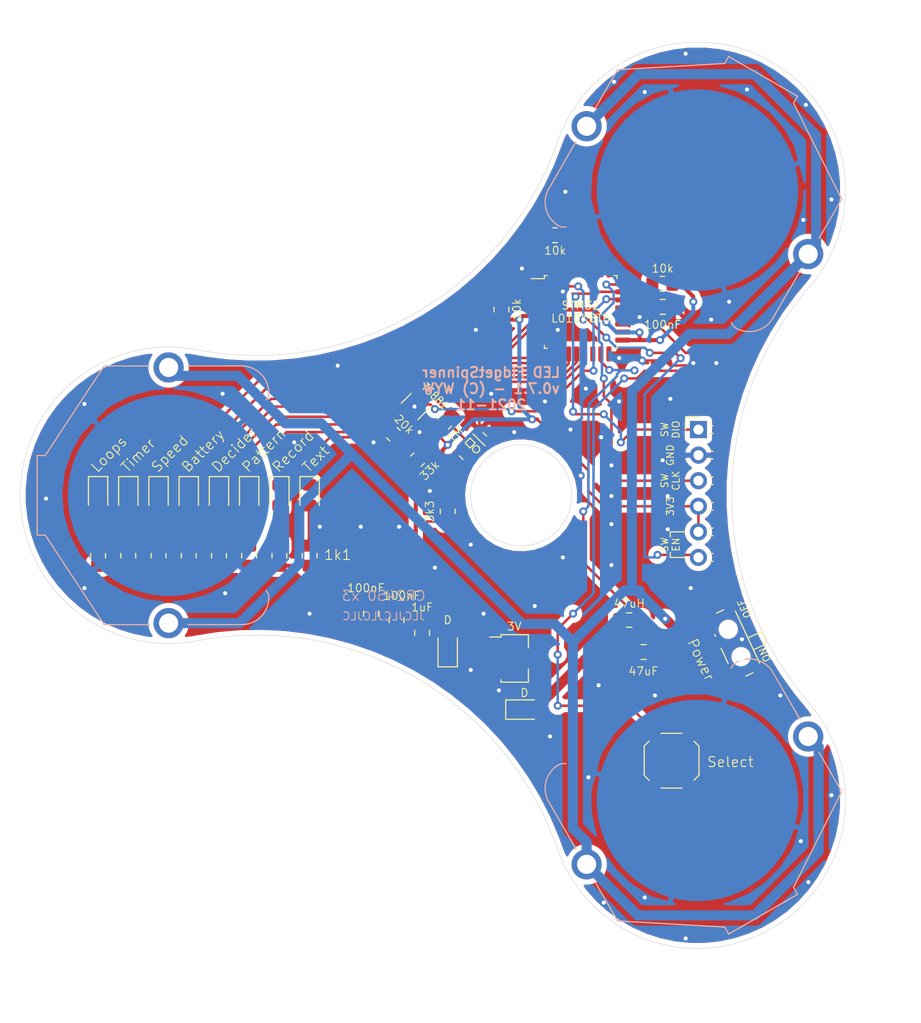
<source format=kicad_pcb>
(kicad_pcb (version 20171130) (host pcbnew "(5.1.9-0-10_14)")
  (layers (0 F.Cu signal) (31 B.Cu signal) (34 B.Paste user) (35 F.Paste user) (36 B.SilkS user) (37 F.SilkS user) (38 B.Mask user) (39 F.Mask user) (44 Edge.Cuts user))
  (net 0 "")
  (net 1 GND)
  (net 2 "Net-(BT1-Pad1)")
  (net 3 VCC)
  (net 4 INT_B)
  (net 5 "Net-(D1-Pad2)")
  (net 6 L0)
  (net 7 L1)
  (net 8 L2)
  (net 9 L3)
  (net 10 L4)
  (net 11 L5)
  (net 12 L6)
  (net 13 L7)
  (net 14 "Net-(U1-Pad28)")
  (net 15 "Net-(U1-Pad27)")
  (net 16 "Net-(U1-Pad26)")
  (net 17 "Net-(U1-Pad25)")
  (net 18 "Net-(U1-Pad20)")
  (net 19 "Net-(U1-Pad19)")
  (net 20 "Net-(D10-Pad2)")
  (net 21 "Net-(D11-Pad2)")
  (net 22 "Net-(D12-Pad2)")
  (net 23 "Net-(D13-Pad2)")
  (net 24 "Net-(D14-Pad2)")
  (net 25 "Net-(D15-Pad2)")
  (net 26 "Net-(D16-Pad2)")
  (net 27 "Net-(D17-Pad2)")
  (net 28 SWCLK)
  (net 29 SWEN)
  (net 30 SWDIO)
  (net 31 "Net-(R12-Pad1)")
  (net 32 "Net-(U1-Pad30)")
  (net 33 "Net-(U1-Pad29)")
  (net 34 "Net-(U1-Pad18)")
  (net 35 "Net-(U1-Pad14)")
  (net 36 "Net-(U1-Pad3)")
  (net 37 "Net-(U1-Pad2)")
  (net 38 VBAT)
  (net 39 "Net-(D3-Pad2)")
  (net 40 "Net-(R10-Pad2)")
  (net 41 "Net-(R13-Pad2)")
  (net 42 IR_OUT)
  (net 43 INT_C)
  (module Battery:BatteryHolder_Keystone_3009_1x2450 (layer B.Cu) (at 65 100 270)
    (fp_text reference BT1)
    (fp_text value CR2450)
    (pad 2 smd circle (at 0 0 270) (size 20 20) (layers B.Cu B.Mask) (net 1 GND))
    (pad 1 thru_hole circle (at 12.7 0 270) (size 3 3) (drill 1.9) (layers *.Cu *.Mask) (net 2 "Net-(BT1-Pad1)"))
    (pad 1 thru_hole circle (at -12.7 0 270) (size 3 3) (drill 1.9) (layers *.Cu *.Mask) (net 2 "Net-(BT1-Pad1)"))
  )
  (module Package_TO_SOT_SMD:SOT-353_SC-70-5 (layer F.Cu) (at 89.408 91.186 225)
    (fp_text reference TS881)
    (fp_text value TS881)
    (pad 5 smd rect (at 0.95 -0.65 225) (size 0.65 0.4) (layers F.Cu F.Paste F.Mask) (net 3 VCC))
    (pad 4 smd rect (at 0.95 0.65 225) (size 0.65 0.4) (layers F.Cu F.Paste F.Mask) (net 41 "Net-(R13-Pad2)"))
    (pad 2 smd rect (at -0.95 0 225) (size 0.65 0.4) (layers F.Cu F.Paste F.Mask) (net 1 GND))
    (pad 3 smd rect (at -0.95 0.65 225) (size 0.65 0.4) (layers F.Cu F.Paste F.Mask) (net 42 IR_OUT))
    (pad 1 smd rect (at -0.95 -0.65 225) (size 0.65 0.4) (layers F.Cu F.Paste F.Mask) (net 43 INT_C))
  )
  (module Resistor_SMD:R_0805_2012Metric_Pad1.20x1.40mm_HandSolder (layer F.Cu) (at 89.716893 96.465107 225)
    (fp_text reference R14)
    (fp_text value ?M)
    (pad 2 smd roundrect (at 1 0 225) (size 1.2 1.4) (layers F.Cu F.Paste F.Mask) (roundrect_rratio 0.208333) (net 41 "Net-(R13-Pad2)"))
    (pad 1 smd roundrect (at -1 0 225) (size 1.2 1.4) (layers F.Cu F.Paste F.Mask) (roundrect_rratio 0.208333) (net 1 GND))
  )
  (module Resistor_SMD:R_0805_2012Metric_Pad1.20x1.40mm_HandSolder (layer F.Cu) (at 87.321107 93.925107 135)
    (fp_text reference R13)
    (fp_text value ?M)
    (pad 2 smd roundrect (at 1 0 135) (size 1.2 1.4) (layers F.Cu F.Paste F.Mask) (roundrect_rratio 0.208333) (net 41 "Net-(R13-Pad2)"))
    (pad 1 smd roundrect (at -1 0 135) (size 1.2 1.4) (layers F.Cu F.Paste F.Mask) (roundrect_rratio 0.208333) (net 3 VCC))
  )
  (module WYW_Package:GP2S60_3217 (layer F.Cu) (at 96.774 94.742 225)
    (fp_text reference U2)
    (fp_text value GP2S60)
    (pad 1 smd roundrect (at -0.2 0.2 225) (size 1.2 0.7) (layers F.Cu F.Paste F.Mask) (net 42 IR_OUT))
    (pad 2 smd roundrect (at -0.2 1.5 225) (size 1.2 0.7) (layers F.Cu F.Paste F.Mask) (net 1 GND))
    (pad 3 smd roundrect (at 2.9 1.5 225) (size 1.2 0.7) (layers F.Cu F.Paste F.Mask) (net 1 GND))
    (pad 4 smd roundrect (at 2.9 0.2 225) (size 1.2 0.7) (layers F.Cu F.Paste F.Mask) (net 40 "Net-(R10-Pad2)"))
  )
  (module Connector_PinHeader_2.54mm:PinHeader_1x06_P2.54mm_Horizontal (layer F.Cu) (at 117.602 93.472)
    (fp_text reference J1)
    (fp_text value DBG_CONN)
    (pad 6 thru_hole oval (at 0 12.7) (size 1.7 1.7) (drill 1) (layers *.Cu *.Mask) (net 29 SWEN))
    (pad 5 thru_hole oval (at 0 10.16) (size 1.7 1.7) (drill 1) (layers *.Cu *.Mask) (net 3 VCC))
    (pad 4 thru_hole oval (at 0 7.62) (size 1.7 1.7) (drill 1) (layers *.Cu *.Mask) (net 3 VCC))
    (pad 3 thru_hole oval (at 0 5.08) (size 1.7 1.7) (drill 1) (layers *.Cu *.Mask) (net 28 SWCLK))
    (pad 2 thru_hole oval (at 0 2.54) (size 1.7 1.7) (drill 1) (layers *.Cu *.Mask) (net 1 GND))
    (pad 1 thru_hole rect (at 0 0) (size 1.7 1.7) (drill 1) (layers *.Cu *.Mask) (net 30 SWDIO))
  )
  (module Resistor_SMD:R_0805_2012Metric_Pad1.20x1.40mm_HandSolder (layer F.Cu) (at 92.401107 92.764893 225)
    (fp_text reference R15)
    (fp_text value ?M)
    (pad 2 smd roundrect (at 1 0 225) (size 1.2 1.4) (layers F.Cu F.Paste F.Mask) (roundrect_rratio 0.208333) (net 3 VCC))
    (pad 1 smd roundrect (at -1 0 225) (size 1.2 1.4) (layers F.Cu F.Paste F.Mask) (roundrect_rratio 0.208333) (net 42 IR_OUT))
  )
  (module Package_QFP:LQFP-32_7x7mm_P0.8mm (layer F.Cu) (at 105.918 81.788)
    (fp_text reference U1)
    (fp_text value STM32L010K8T6)
    (pad 32 smd roundrect (at -2.8 -4.175) (size 0.5 1.5) (layers F.Cu F.Paste F.Mask) (net 1 GND))
    (pad 31 smd roundrect (at -2 -4.175) (size 0.5 1.5) (layers F.Cu F.Paste F.Mask) (net 29 SWEN))
    (pad 30 smd roundrect (at -1.2 -4.175) (size 0.5 1.5) (layers F.Cu F.Paste F.Mask) (net 32 "Net-(U1-Pad30)"))
    (pad 29 smd roundrect (at -0.4 -4.175) (size 0.5 1.5) (layers F.Cu F.Paste F.Mask) (net 33 "Net-(U1-Pad29)"))
    (pad 28 smd roundrect (at 0.4 -4.175) (size 0.5 1.5) (layers F.Cu F.Paste F.Mask) (net 14 "Net-(U1-Pad28)"))
    (pad 27 smd roundrect (at 1.2 -4.175) (size 0.5 1.5) (layers F.Cu F.Paste F.Mask) (net 15 "Net-(U1-Pad27)"))
    (pad 26 smd roundrect (at 2 -4.175) (size 0.5 1.5) (layers F.Cu F.Paste F.Mask) (net 16 "Net-(U1-Pad26)"))
    (pad 25 smd roundrect (at 2.8 -4.175) (size 0.5 1.5) (layers F.Cu F.Paste F.Mask) (net 17 "Net-(U1-Pad25)"))
    (pad 24 smd roundrect (at 4.175 -2.8) (size 1.5 0.5) (layers F.Cu F.Paste F.Mask) (net 28 SWCLK))
    (pad 23 smd roundrect (at 4.175 -2) (size 1.5 0.5) (layers F.Cu F.Paste F.Mask) (net 30 SWDIO))
    (pad 22 smd roundrect (at 4.175 -1.2) (size 1.5 0.5) (layers F.Cu F.Paste F.Mask) (net 43 INT_C))
    (pad 21 smd roundrect (at 4.175 -0.4) (size 1.5 0.5) (layers F.Cu F.Paste F.Mask) (net 4 INT_B))
    (pad 20 smd roundrect (at 4.175 0.4) (size 1.5 0.5) (layers F.Cu F.Paste F.Mask) (net 18 "Net-(U1-Pad20)"))
    (pad 19 smd roundrect (at 4.175 1.2) (size 1.5 0.5) (layers F.Cu F.Paste F.Mask) (net 19 "Net-(U1-Pad19)"))
    (pad 18 smd roundrect (at 4.175 2) (size 1.5 0.5) (layers F.Cu F.Paste F.Mask) (net 34 "Net-(U1-Pad18)"))
    (pad 17 smd roundrect (at 4.175 2.8) (size 1.5 0.5) (layers F.Cu F.Paste F.Mask) (net 3 VCC))
    (pad 16 smd roundrect (at 2.8 4.175) (size 0.5 1.5) (layers F.Cu F.Paste F.Mask) (net 1 GND))
    (pad 15 smd roundrect (at 2 4.175) (size 0.5 1.5) (layers F.Cu F.Paste F.Mask) (net 38 VBAT))
    (pad 14 smd roundrect (at 1.2 4.175) (size 0.5 1.5) (layers F.Cu F.Paste F.Mask) (net 35 "Net-(U1-Pad14)"))
    (pad 13 smd roundrect (at 0.4 4.175) (size 0.5 1.5) (layers F.Cu F.Paste F.Mask) (net 13 L7))
    (pad 12 smd roundrect (at -0.4 4.175) (size 0.5 1.5) (layers F.Cu F.Paste F.Mask) (net 12 L6))
    (pad 11 smd roundrect (at -1.2 4.175) (size 0.5 1.5) (layers F.Cu F.Paste F.Mask) (net 11 L5))
    (pad 10 smd roundrect (at -2 4.175) (size 0.5 1.5) (layers F.Cu F.Paste F.Mask) (net 10 L4))
    (pad 9 smd roundrect (at -2.8 4.175) (size 0.5 1.5) (layers F.Cu F.Paste F.Mask) (net 9 L3))
    (pad 8 smd roundrect (at -4.175 2.8) (size 1.5 0.5) (layers F.Cu F.Paste F.Mask) (net 8 L2))
    (pad 7 smd roundrect (at -4.175 2) (size 1.5 0.5) (layers F.Cu F.Paste F.Mask) (net 7 L1))
    (pad 6 smd roundrect (at -4.175 1.2) (size 1.5 0.5) (layers F.Cu F.Paste F.Mask) (net 6 L0))
    (pad 5 smd roundrect (at -4.175 0.4) (size 1.5 0.5) (layers F.Cu F.Paste F.Mask) (net 3 VCC))
    (pad 4 smd roundrect (at -4.175 -0.4) (size 1.5 0.5) (layers F.Cu F.Paste F.Mask) (net 31 "Net-(R12-Pad1)"))
    (pad 3 smd roundrect (at -4.175 -1.2) (size 1.5 0.5) (layers F.Cu F.Paste F.Mask) (net 36 "Net-(U1-Pad3)"))
    (pad 2 smd roundrect (at -4.175 -2) (size 1.5 0.5) (layers F.Cu F.Paste F.Mask) (net 37 "Net-(U1-Pad2)"))
    (pad 1 smd roundrect (at -4.175 -2.8) (size 1.5 0.5) (layers F.Cu F.Paste F.Mask) (net 3 VCC))
  )
  (module Battery:BatteryHolder_Keystone_3009_1x2450 (layer B.Cu) (at 117.5 69.69 150)
    (fp_text reference BT3)
    (fp_text value CR2450)
    (pad 2 smd circle (at 0 0 150) (size 20 20) (layers B.Cu B.Mask) (net 1 GND))
    (pad 1 thru_hole circle (at 12.7 0 150) (size 3 3) (drill 1.9) (layers *.Cu *.Mask) (net 2 "Net-(BT1-Pad1)"))
    (pad 1 thru_hole circle (at -12.7 0 150) (size 3 3) (drill 1.9) (layers *.Cu *.Mask) (net 2 "Net-(BT1-Pad1)"))
  )
  (module Battery:BatteryHolder_Keystone_3009_1x2450 (layer B.Cu) (at 117.5 130.31 30)
    (fp_text reference BT2)
    (fp_text value CR2450)
    (pad 2 smd circle (at 0 0 30) (size 20 20) (layers B.Cu B.Mask) (net 1 GND))
    (pad 1 thru_hole circle (at 12.7 0 30) (size 3 3) (drill 1.9) (layers *.Cu *.Mask) (net 2 "Net-(BT1-Pad1)"))
    (pad 1 thru_hole circle (at -12.7 0 30) (size 3 3) (drill 1.9) (layers *.Cu *.Mask) (net 2 "Net-(BT1-Pad1)"))
  )
  (module Diode_SMD:D_0805_2012Metric_Pad1.15x1.40mm_HandSolder (layer F.Cu) (at 92.71 115.18 90)
    (fp_text reference D3)
    (fp_text value D)
    (pad 2 smd roundrect (at 1.025 0 90) (size 1.15 1.4) (layers F.Cu F.Paste F.Mask) (roundrect_rratio 0.2173904347826087) (net 39 "Net-(D3-Pad2)"))
    (pad 1 smd roundrect (at -1.025 0 90) (size 1.15 1.4) (layers F.Cu F.Paste F.Mask) (roundrect_rratio 0.2173904347826087) (net 3 VCC))
  )
  (module Resistor_SMD:R_0805_2012Metric_Pad1.20x1.40mm_HandSolder (layer F.Cu) (at 103.362 74.168 180)
    (fp_text reference R11)
    (fp_text value 10k)
    (pad 2 smd roundrect (at 1 0 180) (size 1.2 1.4) (layers F.Cu F.Paste F.Mask) (roundrect_rratio 0.2083325) (net 1 GND))
    (pad 1 smd roundrect (at -1 0 180) (size 1.2 1.4) (layers F.Cu F.Paste F.Mask) (roundrect_rratio 0.2083325) (net 29 SWEN))
  )
  (module Resistor_SMD:R_0805_2012Metric_Pad1.20x1.40mm_HandSolder (layer F.Cu) (at 98.044 81.55 270)
    (fp_text reference R12)
    (fp_text value 10k)
    (pad 2 smd roundrect (at 1 0 270) (size 1.2 1.4) (layers F.Cu F.Paste F.Mask) (roundrect_rratio 0.2083325) (net 3 VCC))
    (pad 1 smd roundrect (at -1 0 270) (size 1.2 1.4) (layers F.Cu F.Paste F.Mask) (roundrect_rratio 0.2083325) (net 31 "Net-(R12-Pad1)"))
  )
  (module Button_Switch_SMD:SW_SPST_SKQG_WithStem (layer F.Cu) (at 114.935 126.365 90)
    (fp_text reference SW2)
    (fp_text value button)
    (pad 2 smd rect (at 3.1 1.85 90) (size 1.8 1.1) (layers F.Cu F.Paste F.Mask) (net 1 GND))
    (pad 2 smd rect (at -3.1 1.85 90) (size 1.8 1.1) (layers F.Cu F.Paste F.Mask) (net 1 GND))
    (pad 1 smd rect (at 3.1 -1.85 90) (size 1.8 1.1) (layers F.Cu F.Paste F.Mask) (net 4 INT_B))
    (pad 1 smd rect (at -3.1 -1.85 90) (size 1.8 1.1) (layers F.Cu F.Paste F.Mask) (net 4 INT_B))
  )
  (module Button_Switch_SMD:SW_SPDT_PCM12 (layer F.Cu) (at 120.904 114.808 115)
    (fp_text reference SW1)
    (fp_text value SW_POWER)
    (pad "" smd rect (at -3.65 -0.78 115) (size 1 0.8) (layers F.Cu F.Paste F.Mask))
    (pad "" smd rect (at 3.65 -0.78 115) (size 1 0.8) (layers F.Cu F.Paste F.Mask))
    (pad "" smd rect (at 3.65 1.43 115) (size 1 0.8) (layers F.Cu F.Paste F.Mask))
    (pad "" smd rect (at -3.65 1.43 115) (size 1 0.8) (layers F.Cu F.Paste F.Mask))
    (pad 3 smd rect (at 2.25 -1.43 115) (size 0.7 1.5) (layers F.Cu F.Paste F.Mask))
    (pad 2 smd rect (at 0.75 -1.43 115) (size 0.7 1.5) (layers F.Cu F.Paste F.Mask) (net 2 "Net-(BT1-Pad1)"))
    (pad 1 smd rect (at -2.25 -1.43 115) (size 0.7 1.5) (layers F.Cu F.Paste F.Mask) (net 38 VBAT))
    (pad "" np_thru_hole circle (at 1.5 0.33 115) (size 0.9 0.9) (drill 0.9) (layers *.Cu *.Mask))
    (pad "" np_thru_hole circle (at -1.5 0.33 115) (size 0.9 0.9) (drill 0.9) (layers *.Cu *.Mask))
  )
  (module Resistor_SMD:R_0805_2012Metric_Pad1.20x1.40mm_HandSolder (layer F.Cu) (at 92.71 101.6 90)
    (fp_text reference R10)
    (fp_text value 33k)
    (pad 2 smd roundrect (at 1 0 90) (size 1.2 1.4) (layers F.Cu F.Paste F.Mask) (roundrect_rratio 0.2083325) (net 40 "Net-(R10-Pad2)"))
    (pad 1 smd roundrect (at -1 0 90) (size 1.2 1.4) (layers F.Cu F.Paste F.Mask) (roundrect_rratio 0.2083325) (net 3 VCC))
  )
  (module Resistor_SMD:R_0805_2012Metric_Pad1.20x1.40mm_HandSolder (layer F.Cu) (at 114.03 78.994)
    (fp_text reference R9)
    (fp_text value 10k)
    (pad 2 smd roundrect (at 1 0) (size 1.2 1.4) (layers F.Cu F.Paste F.Mask) (roundrect_rratio 0.2083325) (net 3 VCC))
    (pad 1 smd roundrect (at -1 0) (size 1.2 1.4) (layers F.Cu F.Paste F.Mask) (roundrect_rratio 0.2083325) (net 4 INT_B))
  )
  (module Resistor_SMD:R_0805_2012Metric_Pad1.20x1.40mm_HandSolder (layer F.Cu) (at 79 106 90)
    (fp_text reference R8)
    (fp_text value 4k7)
    (pad 2 smd roundrect (at 1 0 90) (size 1.2 1.4) (layers F.Cu F.Paste F.Mask) (roundrect_rratio 0.2083325) (net 27 "Net-(D17-Pad2)"))
    (pad 1 smd roundrect (at -1 0 90) (size 1.2 1.4) (layers F.Cu F.Paste F.Mask) (roundrect_rratio 0.2083325) (net 3 VCC))
  )
  (module Resistor_SMD:R_0805_2012Metric_Pad1.20x1.40mm_HandSolder (layer F.Cu) (at 76 106 90)
    (fp_text reference R7)
    (fp_text value 4k7)
    (pad 2 smd roundrect (at 1 0 90) (size 1.2 1.4) (layers F.Cu F.Paste F.Mask) (roundrect_rratio 0.2083325) (net 26 "Net-(D16-Pad2)"))
    (pad 1 smd roundrect (at -1 0 90) (size 1.2 1.4) (layers F.Cu F.Paste F.Mask) (roundrect_rratio 0.2083325) (net 3 VCC))
  )
  (module Resistor_SMD:R_0805_2012Metric_Pad1.20x1.40mm_HandSolder (layer F.Cu) (at 73 106 90)
    (fp_text reference R6)
    (fp_text value 4k7)
    (pad 2 smd roundrect (at 1 0 90) (size 1.2 1.4) (layers F.Cu F.Paste F.Mask) (roundrect_rratio 0.2083325) (net 25 "Net-(D15-Pad2)"))
    (pad 1 smd roundrect (at -1 0 90) (size 1.2 1.4) (layers F.Cu F.Paste F.Mask) (roundrect_rratio 0.2083325) (net 3 VCC))
  )
  (module Resistor_SMD:R_0805_2012Metric_Pad1.20x1.40mm_HandSolder (layer F.Cu) (at 70 106 90)
    (fp_text reference R5)
    (fp_text value 4k7)
    (pad 2 smd roundrect (at 1 0 90) (size 1.2 1.4) (layers F.Cu F.Paste F.Mask) (roundrect_rratio 0.2083325) (net 24 "Net-(D14-Pad2)"))
    (pad 1 smd roundrect (at -1 0 90) (size 1.2 1.4) (layers F.Cu F.Paste F.Mask) (roundrect_rratio 0.2083325) (net 3 VCC))
  )
  (module Resistor_SMD:R_0805_2012Metric_Pad1.20x1.40mm_HandSolder (layer F.Cu) (at 67 106 90)
    (fp_text reference R4)
    (fp_text value 4k7)
    (pad 2 smd roundrect (at 1 0 90) (size 1.2 1.4) (layers F.Cu F.Paste F.Mask) (roundrect_rratio 0.2083325) (net 23 "Net-(D13-Pad2)"))
    (pad 1 smd roundrect (at -1 0 90) (size 1.2 1.4) (layers F.Cu F.Paste F.Mask) (roundrect_rratio 0.2083325) (net 3 VCC))
  )
  (module Resistor_SMD:R_0805_2012Metric_Pad1.20x1.40mm_HandSolder (layer F.Cu) (at 64 106 90)
    (fp_text reference R3)
    (fp_text value 4k7)
    (pad 2 smd roundrect (at 1 0 90) (size 1.2 1.4) (layers F.Cu F.Paste F.Mask) (roundrect_rratio 0.2083325) (net 22 "Net-(D12-Pad2)"))
    (pad 1 smd roundrect (at -1 0 90) (size 1.2 1.4) (layers F.Cu F.Paste F.Mask) (roundrect_rratio 0.2083325) (net 3 VCC))
  )
  (module Resistor_SMD:R_0805_2012Metric_Pad1.20x1.40mm_HandSolder (layer F.Cu) (at 61 106 90)
    (fp_text reference R2)
    (fp_text value 4k7)
    (pad 2 smd roundrect (at 1 0 90) (size 1.2 1.4) (layers F.Cu F.Paste F.Mask) (roundrect_rratio 0.2083325) (net 21 "Net-(D11-Pad2)"))
    (pad 1 smd roundrect (at -1 0 90) (size 1.2 1.4) (layers F.Cu F.Paste F.Mask) (roundrect_rratio 0.2083325) (net 3 VCC))
  )
  (module Resistor_SMD:R_0805_2012Metric_Pad1.20x1.40mm_HandSolder (layer F.Cu) (at 58 106 90)
    (fp_text reference R1)
    (fp_text value 4k7)
    (pad 2 smd roundrect (at 1 0 90) (size 1.2 1.4) (layers F.Cu F.Paste F.Mask) (roundrect_rratio 0.2083325) (net 20 "Net-(D10-Pad2)"))
    (pad 1 smd roundrect (at -1 0 90) (size 1.2 1.4) (layers F.Cu F.Paste F.Mask) (roundrect_rratio 0.2083325) (net 3 VCC))
  )
  (module Inductor_SMD:L_0805_2012Metric_Pad1.15x1.40mm_HandSolder (layer F.Cu) (at 110.735 112.395)
    (fp_text reference L1)
    (fp_text value 47uH)
    (pad 2 smd roundrect (at 1.025 0) (size 1.15 1.4) (layers F.Cu F.Paste F.Mask) (roundrect_rratio 0.2173904347826087) (net 38 VBAT))
    (pad 1 smd roundrect (at -1.025 0) (size 1.15 1.4) (layers F.Cu F.Paste F.Mask) (roundrect_rratio 0.2173904347826087) (net 5 "Net-(D1-Pad2)"))
  )
  (module Package_TO_SOT_SMD:SOT-89-3_Handsoldering (layer F.Cu) (at 99.06 116.205)
    (fp_text reference HS1)
    (fp_text value BL8530-30)
    (pad 2 smd custom (at -2.0625 0) (size 2.475 0.9) (layers F.Cu F.Paste F.Mask) (net 39 "Net-(D3-Pad2)") (options (clearance outline) (anchor rect)) (primitives (gr_poly (pts (xy 1.2375 -0.8665) (xy 5.3625 -0.8665) (xy 5.3625 0.8665) (xy 1.2375 0.8665)) (width 0))))
    (pad 3 smd rect (at -2.15 1.5) (size 2.3 0.9) (layers F.Cu F.Paste F.Mask) (net 5 "Net-(D1-Pad2)"))
    (pad 1 smd rect (at -2.15 -1.5) (size 2.3 0.9) (layers F.Cu F.Paste F.Mask) (net 1 GND))
  )
  (module Diode_SMD:D_0805_2012Metric_Pad1.15x1.40mm_HandSolder (layer F.Cu) (at 79 100 270)
    (fp_text reference D17)
    (fp_text value LED)
    (pad 2 smd roundrect (at 1.025 0 270) (size 1.15 1.4) (layers F.Cu F.Paste F.Mask) (roundrect_rratio 0.2173904347826087) (net 27 "Net-(D17-Pad2)"))
    (pad 1 smd roundrect (at -1.025 0 270) (size 1.15 1.4) (layers F.Cu F.Paste F.Mask) (roundrect_rratio 0.2173904347826087) (net 13 L7))
  )
  (module Diode_SMD:D_0805_2012Metric_Pad1.15x1.40mm_HandSolder (layer F.Cu) (at 76 100 270)
    (fp_text reference D16)
    (fp_text value LED)
    (pad 2 smd roundrect (at 1.025 0 270) (size 1.15 1.4) (layers F.Cu F.Paste F.Mask) (roundrect_rratio 0.2173904347826087) (net 26 "Net-(D16-Pad2)"))
    (pad 1 smd roundrect (at -1.025 0 270) (size 1.15 1.4) (layers F.Cu F.Paste F.Mask) (roundrect_rratio 0.2173904347826087) (net 12 L6))
  )
  (module Diode_SMD:D_0805_2012Metric_Pad1.15x1.40mm_HandSolder (layer F.Cu) (at 73 100 270)
    (fp_text reference D15)
    (fp_text value LED)
    (pad 2 smd roundrect (at 1.025 0 270) (size 1.15 1.4) (layers F.Cu F.Paste F.Mask) (roundrect_rratio 0.2173904347826087) (net 25 "Net-(D15-Pad2)"))
    (pad 1 smd roundrect (at -1.025 0 270) (size 1.15 1.4) (layers F.Cu F.Paste F.Mask) (roundrect_rratio 0.2173904347826087) (net 11 L5))
  )
  (module Diode_SMD:D_0805_2012Metric_Pad1.15x1.40mm_HandSolder (layer F.Cu) (at 70 100 270)
    (fp_text reference D14)
    (fp_text value LED)
    (pad 2 smd roundrect (at 1.025 0 270) (size 1.15 1.4) (layers F.Cu F.Paste F.Mask) (roundrect_rratio 0.2173904347826087) (net 24 "Net-(D14-Pad2)"))
    (pad 1 smd roundrect (at -1.025 0 270) (size 1.15 1.4) (layers F.Cu F.Paste F.Mask) (roundrect_rratio 0.2173904347826087) (net 10 L4))
  )
  (module Diode_SMD:D_0805_2012Metric_Pad1.15x1.40mm_HandSolder (layer F.Cu) (at 67 100 270)
    (fp_text reference D13)
    (fp_text value LED)
    (pad 2 smd roundrect (at 1.025 0 270) (size 1.15 1.4) (layers F.Cu F.Paste F.Mask) (roundrect_rratio 0.2173904347826087) (net 23 "Net-(D13-Pad2)"))
    (pad 1 smd roundrect (at -1.025 0 270) (size 1.15 1.4) (layers F.Cu F.Paste F.Mask) (roundrect_rratio 0.2173904347826087) (net 9 L3))
  )
  (module Diode_SMD:D_0805_2012Metric_Pad1.15x1.40mm_HandSolder (layer F.Cu) (at 64 100 270)
    (fp_text reference D12)
    (fp_text value LED)
    (pad 2 smd roundrect (at 1.025 0 270) (size 1.15 1.4) (layers F.Cu F.Paste F.Mask) (roundrect_rratio 0.2173904347826087) (net 22 "Net-(D12-Pad2)"))
    (pad 1 smd roundrect (at -1.025 0 270) (size 1.15 1.4) (layers F.Cu F.Paste F.Mask) (roundrect_rratio 0.2173904347826087) (net 8 L2))
  )
  (module Diode_SMD:D_0805_2012Metric_Pad1.15x1.40mm_HandSolder (layer F.Cu) (at 61 100 270)
    (fp_text reference D11)
    (fp_text value LED)
    (pad 2 smd roundrect (at 1.025 0 270) (size 1.15 1.4) (layers F.Cu F.Paste F.Mask) (roundrect_rratio 0.2173904347826087) (net 21 "Net-(D11-Pad2)"))
    (pad 1 smd roundrect (at -1.025 0 270) (size 1.15 1.4) (layers F.Cu F.Paste F.Mask) (roundrect_rratio 0.2173904347826087) (net 7 L1))
  )
  (module Diode_SMD:D_0805_2012Metric_Pad1.15x1.40mm_HandSolder (layer F.Cu) (at 58 100 270)
    (fp_text reference D10)
    (fp_text value LED)
    (pad 2 smd roundrect (at 1.025 0 270) (size 1.15 1.4) (layers F.Cu F.Paste F.Mask) (roundrect_rratio 0.2173904347826087) (net 20 "Net-(D10-Pad2)"))
    (pad 1 smd roundrect (at -1.025 0 270) (size 1.15 1.4) (layers F.Cu F.Paste F.Mask) (roundrect_rratio 0.2173904347826087) (net 6 L0))
  )
  (module Diode_SMD:D_0805_2012Metric_Pad1.15x1.40mm_HandSolder (layer F.Cu) (at 100.33 121.285)
    (fp_text reference D1)
    (fp_text value D)
    (pad 2 smd roundrect (at 1.025 0) (size 1.15 1.4) (layers F.Cu F.Paste F.Mask) (roundrect_rratio 0.2173904347826087) (net 5 "Net-(D1-Pad2)"))
    (pad 1 smd roundrect (at -1.025 0) (size 1.15 1.4) (layers F.Cu F.Paste F.Mask) (roundrect_rratio 0.2173904347826087) (net 3 VCC))
  )
  (module Capacitor_SMD:C_0805_2012Metric_Pad1.18x1.45mm_HandSolder (layer F.Cu) (at 114.0675 81.28 180)
    (fp_text reference C8)
    (fp_text value 100nF)
    (pad 2 smd roundrect (at 1.0375 0 180) (size 1.175 1.45) (layers F.Cu F.Paste F.Mask) (roundrect_rratio 0.2127659574468085) (net 4 INT_B))
    (pad 1 smd roundrect (at -1.0375 0 180) (size 1.175 1.45) (layers F.Cu F.Paste F.Mask) (roundrect_rratio 0.2127659574468085) (net 1 GND))
  )
  (module Capacitor_SMD:C_0805_2012Metric_Pad1.18x1.45mm_HandSolder (layer F.Cu) (at 85.09 111.76 90)
    (fp_text reference C6)
    (fp_text value 100nF)
    (pad 2 smd roundrect (at 1.0375 0 90) (size 1.175 1.45) (layers F.Cu F.Paste F.Mask) (roundrect_rratio 0.2127659574468085) (net 1 GND))
    (pad 1 smd roundrect (at -1.0375 0 90) (size 1.175 1.45) (layers F.Cu F.Paste F.Mask) (roundrect_rratio 0.2127659574468085) (net 3 VCC))
  )
  (module Capacitor_SMD:C_0805_2012Metric_Pad1.18x1.45mm_HandSolder (layer F.Cu) (at 87.63 112.395 90)
    (fp_text reference C5)
    (fp_text value 100nF)
    (pad 2 smd roundrect (at 1.0375 0 90) (size 1.175 1.45) (layers F.Cu F.Paste F.Mask) (roundrect_rratio 0.2127659574468085) (net 1 GND))
    (pad 1 smd roundrect (at -1.0375 0 90) (size 1.175 1.45) (layers F.Cu F.Paste F.Mask) (roundrect_rratio 0.2127659574468085) (net 3 VCC))
  )
  (module Capacitor_SMD:C_0805_2012Metric_Pad1.18x1.45mm_HandSolder (layer F.Cu) (at 90.17 113.665 90)
    (fp_text reference C4)
    (fp_text value 1uF)
    (pad 2 smd roundrect (at 1.0375 0 90) (size 1.175 1.45) (layers F.Cu F.Paste F.Mask) (roundrect_rratio 0.2127659574468085) (net 1 GND))
    (pad 1 smd roundrect (at -1.0375 0 90) (size 1.175 1.45) (layers F.Cu F.Paste F.Mask) (roundrect_rratio 0.2127659574468085) (net 3 VCC))
  )
  (module Capacitor_SMD:C_0805_2012Metric_Pad1.18x1.45mm_HandSolder (layer F.Cu) (at 112.1625 115.57 180)
    (fp_text reference C3)
    (fp_text value 47uF)
    (pad 2 smd roundrect (at 1.0375 0 180) (size 1.175 1.45) (layers F.Cu F.Paste F.Mask) (roundrect_rratio 0.2127659574468085) (net 1 GND))
    (pad 1 smd roundrect (at -1.0375 0 180) (size 1.175 1.45) (layers F.Cu F.Paste F.Mask) (roundrect_rratio 0.2127659574468085) (net 38 VBAT))
  )
  (gr_text 20k (at 88.392 92.964 -45) (layer F.SilkS) (effects (font (size 0.8 0.8) (thickness 0.1))))
  (gr_text 33k (at 90.932 97.536 45) (layer F.SilkS) (effects (font (size 0.8 0.8) (thickness 0.1))))
  (gr_text TS881 (at 91.44 90.17 -45) (layer F.SilkS) (effects (font (size 0.8 0.7) (thickness 0.1))))
  (gr_text 1M (at 93.472 93.98 45) (layer F.SilkS) (effects (font (size 0.8 0.8) (thickness 0.1))))
  (gr_line (start 114.808 106.172) (end 116.332 106.172) (layer F.SilkS) (width 0.12))
  (gr_line (start 114.808 105.664) (end 114.808 106.172) (layer F.SilkS) (width 0.12))
  (gr_line (start 114.808 103.632) (end 116.332 103.632) (layer F.SilkS) (width 0.12))
  (gr_line (start 114.808 104.14) (end 114.808 103.632) (layer F.SilkS) (width 0.12))
  (gr_text ON (at 124.206 115.824 115) (layer F.SilkS) (effects (font (size 0.7 0.7) (thickness 0.1))))
  (gr_text OFF (at 122.174 111.252 115) (layer F.SilkS) (effects (font (size 0.7 0.7) (thickness 0.1))))
  (gr_text Record (at 75.5 97.5 45) (layer F.SilkS) (effects (font (size 1 1) (thickness 0.1)) (justify left)))
  (gr_text Text (at 78.5 97.5 45) (layer F.SilkS) (effects (font (size 1 1) (thickness 0.1)) (justify left)))
  (gr_text Decider (at 69.5 97.5 45) (layer F.SilkS) (effects (font (size 1 1) (thickness 0.1)) (justify left)))
  (gr_text Pattern (at 72.5 97.5 45) (layer F.SilkS) (effects (font (size 1 1) (thickness 0.1)) (justify left)))
  (gr_text Battery (at 66.5 97.5 45) (layer F.SilkS) (effects (font (size 1 1) (thickness 0.1)) (justify left)))
  (gr_text Speed (at 63.5 97.5 45) (layer F.SilkS) (effects (font (size 1 1) (thickness 0.1)) (justify left)))
  (gr_text Timer (at 60.5 97.5 45) (layer F.SilkS) (effects (font (size 1 1) (thickness 0.1)) (justify left)))
  (gr_text Loops (at 57.5 97.5 45) (layer F.SilkS) (effects (font (size 1 1) (thickness 0.1)) (justify left)))
  (gr_text D (at 92.71 112.395) (layer F.SilkS) (effects (font (size 0.8 0.8) (thickness 0.1))))
  (gr_text 3V (at 99.314 113.03) (layer F.SilkS) (effects (font (size 0.8 0.8) (thickness 0.1))))
  (gr_text 3V3 (at 114.808 101.092 90) (layer F.SilkS) (effects (font (size 0.7 0.7) (thickness 0.1))))
  (gr_text "SW\nEN" (at 114.808 104.902 90) (layer F.SilkS) (effects (font (size 0.7 0.7) (thickness 0.1))))
  (gr_text "SW\nDIO" (at 114.808 93.472 90) (layer F.SilkS) (effects (font (size 0.7 0.7) (thickness 0.1))))
  (gr_text 10k (at 99.568 81.534 90) (layer F.SilkS) (effects (font (size 0.8 0.8) (thickness 0.1))))
  (gr_text 10k (at 103.378 75.692) (layer F.SilkS) (effects (font (size 0.8 0.8) (thickness 0.1))))
  (gr_text Select (at 120.777 126.492) (layer F.SilkS) (effects (font (size 1 1) (thickness 0.1))))
  (gr_line (start 127.534623 119.359355) (end 128.918228 121.049523) (layer Edge.Cuts) (width 0.05))
  (gr_text "LED FidgetSpinner\nv0.7.1 - (C) WYW\n2021-11" (at 97.028 89.408) (layer B.SilkS) (effects (font (size 1 1) (thickness 0.2)) (justify mirror)))
  (gr_text "SW\nCLK" (at 114.808 98.552 90) (layer F.SilkS) (effects (font (size 0.7 0.7) (thickness 0.1))))
  (gr_text GND (at 114.808 96.012 90) (layer F.SilkS) (effects (font (size 0.7 0.7) (thickness 0.1))))
  (gr_text JLCJLCJLCJLC (at 86.36 112.014) (layer B.SilkS) (effects (font (size 0.8 0.8) (thickness 0.1)) (justify mirror)))
  (gr_text "CR2450 x3" (at 86.36 109.982) (layer B.SilkS) (effects (font (size 1 1) (thickness 0.1)) (justify mirror)))
  (gr_text 10k (at 114.046 77.47) (layer F.SilkS) (effects (font (size 0.8 0.8) (thickness 0.1))))
  (gr_text 100nF (at 114.046 83.058) (layer F.SilkS) (effects (font (size 0.8 0.8) (thickness 0.1))))
  (gr_text "STM32\nL010K8T6" (at 105.918 81.788) (layer F.SilkS) (effects (font (size 0.8 0.8) (thickness 0.1))))
  (gr_text 47uF (at 112.141 117.475) (layer F.SilkS) (effects (font (size 0.8 0.8) (thickness 0.1))))
  (gr_text 47uH (at 110.744 110.744) (layer F.SilkS) (effects (font (size 0.8 0.8) (thickness 0.1))))
  (gr_text Power (at 117.856 116.332 295) (layer F.SilkS) (effects (font (size 1 1) (thickness 0.1))))
  (gr_text 3k3 (at 90.932 101.6 90) (layer F.SilkS) (effects (font (size 0.8 0.8) (thickness 0.1))))
  (gr_text 100nF (at 84.582 109.22) (layer F.SilkS) (effects (font (size 0.8 0.8) (thickness 0.1))))
  (gr_text 100nF (at 88.138 109.982) (layer F.SilkS) (effects (font (size 0.8 0.8) (thickness 0.1))))
  (gr_text 1uF (at 90.17 111.125) (layer F.SilkS) (effects (font (size 0.8 0.8) (thickness 0.1))))
  (gr_text D (at 100.33 119.634) (layer F.SilkS) (effects (font (size 0.8 0.8) (thickness 0.1))))
  (gr_text 1k1 (at 81.788 105.918) (layer F.SilkS) (effects (font (size 1 1) (thickness 0.1))))
  (gr_line (start 67.412823 114.530489) (end 67.729669 114.468035) (layer Edge.Cuts) (width 0.05))
  (gr_line (start 103.745647 64.477653) (end 103.593393 64.905087) (layer Edge.Cuts) (width 0.05))
  (gr_arc (start 65 100) (end 67.6402 85.5091) (angle -199.7539386) (layer Edge.Cuts) (width 0.05))
  (gr_arc (start 117.5 130.31) (end 103.6193 135.1534) (angle -199.8075024) (layer Edge.Cuts) (width 0.05))
  (gr_arc (start 117.5 69.69) (end 128.7018 79.2226) (angle -199.642696) (layer Edge.Cuts) (width 0.05))
  (gr_circle (center 100 100) (end 105.02 100) (layer Edge.Cuts) (width 0.05))
  (gr_arc (start 73.75 145.5) (end 103.6193 135.1534) (angle -81.87336142) (layer Edge.Cuts) (width 0.05))
  (gr_arc (start 73.75 54.5) (end 67.6402 85.5091) (angle -81.92492185) (layer Edge.Cuts) (width 0.05))
  (gr_arc (start 152.5 100) (end 128.7018 79.2226) (angle -78.91482881) (layer Edge.Cuts) (width 0.05))
  (via (at 106.426 89.408) (size 0.8) (drill 0.4) (layers F.Cu B.Cu) (net 1))
  (via (at 114.808 90.424) (size 0.8) (drill 0.4) (layers F.Cu B.Cu) (net 1))
  (via (at 108.966 102.87) (size 0.8) (drill 0.4) (layers F.Cu B.Cu) (net 1))
  (via (at 108.966 106.934) (size 0.8) (drill 0.4) (layers F.Cu B.Cu) (net 1))
  (via (at 116.84 109.22) (size 0.8) (drill 0.4) (layers F.Cu B.Cu) (net 1))
  (via (at 104.14 106.172) (size 0.8) (drill 0.4) (layers F.Cu B.Cu) (net 1))
  (via (at 91.44 107.188) (size 0.8) (drill 0.4) (layers F.Cu B.Cu) (net 1))
  (via (at 87.884 103.124) (size 0.8) (drill 0.4) (layers F.Cu B.Cu) (net 1))
  (via (at 96.266 111.76) (size 0.8) (drill 0.4) (layers F.Cu B.Cu) (net 1))
  (via (at 107.696 118.872) (size 0.8) (drill 0.4) (layers F.Cu B.Cu) (net 1))
  (via (at 113.284 119.888) (size 0.8) (drill 0.4) (layers F.Cu B.Cu) (net 1))
  (via (at 80.01 103.124) (size 0.8) (drill 0.4) (layers F.Cu B.Cu) (net 1))
  (via (at 84.074 103.124) (size 0.8) (drill 0.4) (layers F.Cu B.Cu) (net 1))
  (via (at 104.902 93.472) (size 0.8) (drill 0.4) (layers F.Cu B.Cu) (net 1))
  (via (at 81.788 87.122) (size 0.8) (drill 0.4) (layers F.Cu B.Cu) (net 1))
  (via (at 90.932 99.568) (size 0.8) (drill 0.4) (layers F.Cu B.Cu) (net 1))
  (via (at 101.346 110.998) (size 0.8) (drill 0.4) (layers F.Cu B.Cu) (net 1))
  (via (at 125.73 119.888) (size 0.8) (drill 0.4) (layers F.Cu B.Cu) (net 1))
  (via (at 78.994 111.76) (size 0.8) (drill 0.4) (layers F.Cu B.Cu) (net 1))
  (via (at 106.68 128.016) (size 0.8) (drill 0.4) (layers F.Cu B.Cu) (net 1))
  (via (at 108.966 97.028) (size 0.8) (drill 0.4) (layers F.Cu B.Cu) (net 1))
  (segment (start 109.22 97.282) (end 108.966 97.028) (width 0.25) (layer F.Cu) (net 1))
  (via (at 94.996 104.902) (size 0.8) (drill 0.4) (layers F.Cu B.Cu) (net 1))
  (via (at 97.79 119.38) (size 0.8) (drill 0.4) (layers F.Cu B.Cu) (net 1))
  (via (at 52.832 100.33) (size 0.8) (drill 0.4) (layers F.Cu B.Cu) (net 1))
  (via (at 56.642 90.932) (size 0.8) (drill 0.4) (layers F.Cu B.Cu) (net 1))
  (via (at 56.642 109.22) (size 0.8) (drill 0.4) (layers F.Cu B.Cu) (net 1))
  (segment (start 102.362 76.857) (end 103.118 77.613) (width 0.25) (layer F.Cu) (net 1))
  (segment (start 102.362 74.168) (end 102.362 76.857) (width 0.25) (layer F.Cu) (net 1))
  (segment (start 115.105 81.28) (end 116.375 82.55) (width 0.4) (layer F.Cu) (net 1))
  (via (at 118.872 82.55) (size 0.8) (drill 0.4) (layers F.Cu B.Cu) (net 1))
  (segment (start 116.375 82.55) (end 118.872 82.55) (width 0.4) (layer F.Cu) (net 1))
  (via (at 109.728 86.36) (size 0.8) (drill 0.4) (layers F.Cu B.Cu) (net 1))
  (segment (start 109.331 85.963) (end 109.728 86.36) (width 0.25) (layer F.Cu) (net 1))
  (segment (start 108.718 85.963) (end 109.331 85.963) (width 0.25) (layer F.Cu) (net 1))
  (via (at 112.014 86.614) (size 0.8) (drill 0.4) (layers F.Cu B.Cu) (net 1))
  (segment (start 112.014 86.614) (end 114.3 86.614) (width 0.25) (layer F.Cu) (net 1))
  (segment (start 116.856528 87.105472) (end 117.094 86.868) (width 0.25) (layer F.Cu) (net 1))
  (via (at 117.094 86.868) (size 0.8) (drill 0.4) (layers F.Cu B.Cu) (net 1))
  (segment (start 114.791472 87.105472) (end 116.856528 87.105472) (width 0.25) (layer F.Cu) (net 1))
  (segment (start 114.3 86.614) (end 114.791472 87.105472) (width 0.25) (layer F.Cu) (net 1))
  (via (at 119.38 86.868) (size 0.8) (drill 0.4) (layers F.Cu B.Cu) (net 1))
  (segment (start 117.094 86.868) (end 119.38 86.868) (width 0.25) (layer B.Cu) (net 1))
  (via (at 109.728 90.678) (size 0.8) (drill 0.4) (layers F.Cu B.Cu) (net 1))
  (via (at 121.92 114.3) (size 0.8) (drill 0.4) (layers F.Cu B.Cu) (net 1))
  (via (at 114.046 96.52) (size 0.8) (drill 0.4) (layers F.Cu B.Cu) (net 1))
  (via (at 114.554 103.378) (size 0.8) (drill 0.4) (layers F.Cu B.Cu) (net 1))
  (via (at 114.554 100.076) (size 0.8) (drill 0.4) (layers F.Cu B.Cu) (net 1))
  (via (at 108.966 100.076) (size 0.8) (drill 0.4) (layers F.Cu B.Cu) (net 1))
  (via (at 103.632 83.566) (size 0.8) (drill 0.4) (layers F.Cu B.Cu) (net 1))
  (via (at 104.14 79.756) (size 0.8) (drill 0.4) (layers F.Cu B.Cu) (net 1))
  (via (at 100.076 77.47) (size 0.8) (drill 0.4) (layers F.Cu B.Cu) (net 1))
  (via (at 120.65 80.772) (size 0.8) (drill 0.4) (layers F.Cu B.Cu) (net 1))
  (via (at 112.268 59.944) (size 0.8) (drill 0.4) (layers F.Cu B.Cu) (net 1))
  (via (at 122.428 59.69) (size 0.8) (drill 0.4) (layers F.Cu B.Cu) (net 1))
  (via (at 104.394 69.85) (size 0.8) (drill 0.4) (layers F.Cu B.Cu) (net 1))
  (via (at 70.358 89.916) (size 0.8) (drill 0.4) (layers F.Cu B.Cu) (net 1))
  (via (at 70.612 109.728) (size 0.8) (drill 0.4) (layers F.Cu B.Cu) (net 1))
  (via (at 94.996 117.348) (size 0.8) (drill 0.4) (layers F.Cu B.Cu) (net 1))
  (via (at 102.87 123.952) (size 0.8) (drill 0.4) (layers F.Cu B.Cu) (net 1))
  (via (at 127.762 134.366) (size 0.8) (drill 0.4) (layers F.Cu B.Cu) (net 1))
  (via (at 112.268 139.954) (size 0.8) (drill 0.4) (layers F.Cu B.Cu) (net 1))
  (via (at 130.81 70.612) (size 0.8) (drill 0.4) (layers F.Cu B.Cu) (net 1))
  (via (at 128.27 61.214) (size 0.8) (drill 0.4) (layers F.Cu B.Cu) (net 1))
  (via (at 116.332 56.134) (size 0.8) (drill 0.4) (layers F.Cu B.Cu) (net 1))
  (via (at 109.22 58.928) (size 0.8) (drill 0.4) (layers F.Cu B.Cu) (net 1))
  (via (at 128.016 72.644) (size 0.8) (drill 0.4) (layers F.Cu B.Cu) (net 1))
  (via (at 108.204 140.462) (size 0.8) (drill 0.4) (layers F.Cu B.Cu) (net 1))
  (via (at 116.332 144.018) (size 0.8) (drill 0.4) (layers F.Cu B.Cu) (net 1))
  (via (at 130.81 129.794) (size 0.8) (drill 0.4) (layers F.Cu B.Cu) (net 1))
  (via (at 128.524 138.43) (size 0.8) (drill 0.4) (layers F.Cu B.Cu) (net 1))
  (via (at 97.028 89.916) (size 0.8) (drill 0.4) (layers F.Cu B.Cu) (net 1))
  (via (at 107.95 94.234) (size 0.8) (drill 0.4) (layers F.Cu B.Cu) (net 1))
  (via (at 102.362 90.678) (size 0.8) (drill 0.4) (layers F.Cu B.Cu) (net 1))
  (segment (start 106.026001 89.807999) (end 106.426 89.408) (width 0.25) (layer B.Cu) (net 1))
  (segment (start 106.026001 92.347999) (end 106.026001 89.807999) (width 0.25) (layer B.Cu) (net 1))
  (segment (start 104.902 93.472) (end 106.026001 92.347999) (width 0.25) (layer B.Cu) (net 1))
  (via (at 105.918 98.044) (size 0.8) (drill 0.4) (layers F.Cu B.Cu) (net 1))
  (via (at 111.76 82.296) (size 0.8) (drill 0.4) (layers F.Cu B.Cu) (net 1))
  (via (at 95.504 83.566) (size 0.8) (drill 0.4) (layers F.Cu B.Cu) (net 1))
  (segment (start 95.854761 91.089239) (end 97.028 89.916) (width 0.25) (layer F.Cu) (net 1))
  (segment (start 95.854761 93.539918) (end 95.854761 91.089239) (width 0.25) (layer F.Cu) (net 1))
  (via (at 89.408 91.186) (size 0.8) (drill 0.4) (layers F.Cu B.Cu) (net 1))
  (segment (start 90.079751 90.514249) (end 89.408 91.186) (width 0.25) (layer F.Cu) (net 1))
  (via (at 89.916 93.726) (size 0.8) (drill 0.4) (layers F.Cu B.Cu) (net 1))
  (segment (start 93.66273 95.731949) (end 93.66273 96.32927) (width 0.25) (layer F.Cu) (net 1))
  (segment (start 93.66273 96.32927) (end 91.694 98.298) (width 0.25) (layer F.Cu) (net 1))
  (segment (start 91.694 98.806) (end 90.932 99.568) (width 0.25) (layer F.Cu) (net 1))
  (segment (start 91.694 98.298) (end 91.694 98.806) (width 0.25) (layer F.Cu) (net 1))
  (via (at 85.344 94.742) (size 0.8) (drill 0.4) (layers F.Cu B.Cu) (net 1))
  (via (at 99.314 93.726) (size 0.8) (drill 0.4) (layers F.Cu B.Cu) (net 1))
  (via (at 77.47 94.742) (size 0.8) (drill 0.4) (layers F.Cu B.Cu) (net 1))
  (segment (start 105.133157 114.576843) (end 110.236 109.474) (width 1) (layer B.Cu) (net 2))
  (via (at 114.3 112.268) (size 0.8) (drill 0.4) (layers F.Cu B.Cu) (net 2))
  (segment (start 111.76 109.728) (end 114.3 112.268) (width 1) (layer B.Cu) (net 2))
  (segment (start 111.76 109.474) (end 111.76 109.728) (width 1) (layer B.Cu) (net 2))
  (segment (start 110.998 109.474) (end 111.76 109.474) (width 1) (layer B.Cu) (net 2))
  (segment (start 110.236 109.474) (end 110.998 109.474) (width 1) (layer B.Cu) (net 2))
  (segment (start 71.882 88.138) (end 65.838 88.138) (width 1) (layer B.Cu) (net 2))
  (segment (start 105.133157 114.576843) (end 103.332314 112.776) (width 1) (layer B.Cu) (net 2))
  (segment (start 80.16 92.86) (end 76.604 92.86) (width 1) (layer B.Cu) (net 2))
  (segment (start 76.604 92.86) (end 71.882 88.138) (width 1) (layer B.Cu) (net 2))
  (segment (start 65.838 88.138) (end 65 87.3) (width 1) (layer B.Cu) (net 2))
  (segment (start 103.332314 112.776) (end 100.076 112.776) (width 1) (layer B.Cu) (net 2))
  (segment (start 72.062002 112.7) (end 77.978 106.784002) (width 1) (layer B.Cu) (net 2))
  (segment (start 65 112.7) (end 72.062002 112.7) (width 1) (layer B.Cu) (net 2))
  (segment (start 77.978 101.092) (end 83.185 95.885) (width 1) (layer B.Cu) (net 2))
  (segment (start 77.978 106.784002) (end 77.978 101.092) (width 1) (layer B.Cu) (net 2))
  (segment (start 83.185 95.885) (end 80.16 92.86) (width 1) (layer B.Cu) (net 2))
  (segment (start 100.076 112.776) (end 83.185 95.885) (width 1) (layer B.Cu) (net 2))
  (segment (start 105.133157 133.073157) (end 106.501477 134.441477) (width 1) (layer B.Cu) (net 2))
  (segment (start 106.501477 134.441477) (end 106.501477 136.66) (width 1) (layer B.Cu) (net 2))
  (segment (start 105.133157 114.576843) (end 105.133157 133.073157) (width 1) (layer B.Cu) (net 2))
  (segment (start 106.501477 136.66) (end 111.573477 141.732) (width 1) (layer B.Cu) (net 2))
  (segment (start 111.573477 141.732) (end 123.19 141.732) (width 1) (layer B.Cu) (net 2))
  (segment (start 123.19 141.732) (end 129.54 135.382) (width 1) (layer B.Cu) (net 2))
  (segment (start 129.54 125.001477) (end 128.498523 123.96) (width 1) (layer B.Cu) (net 2))
  (segment (start 129.54 135.382) (end 129.54 125.001477) (width 1) (layer B.Cu) (net 2))
  (segment (start 120.568523 83.97) (end 128.498523 76.04) (width 1) (layer B.Cu) (net 2))
  (segment (start 116.69 83.97) (end 120.568523 83.97) (width 1) (layer B.Cu) (net 2))
  (segment (start 110.998 89.662) (end 116.69 83.97) (width 1) (layer B.Cu) (net 2))
  (segment (start 110.998 109.474) (end 110.998 89.662) (width 1) (layer B.Cu) (net 2))
  (segment (start 106.501477 63.34) (end 111.675477 58.166) (width 1) (layer B.Cu) (net 2))
  (segment (start 111.675477 58.166) (end 123.19 58.166) (width 1) (layer B.Cu) (net 2))
  (segment (start 123.19 58.166) (end 129.286 64.262) (width 1) (layer B.Cu) (net 2))
  (segment (start 129.286 75.252523) (end 128.498523 76.04) (width 1) (layer B.Cu) (net 2))
  (segment (start 129.286 64.262) (end 129.286 75.252523) (width 1) (layer B.Cu) (net 2))
  (segment (start 114.3 112.268) (end 117.094 115.062) (width 1) (layer F.Cu) (net 2))
  (segment (start 118.961629 115.062) (end 119.291016 114.732613) (width 1) (layer F.Cu) (net 2))
  (segment (start 117.094 115.062) (end 118.961629 115.062) (width 1) (layer F.Cu) (net 2))
  (segment (start 106.68 99.568) (end 106.68 97.536) (width 0.25) (layer F.Cu) (net 3))
  (segment (start 106.68 97.536) (end 102.616 93.472) (width 0.25) (layer F.Cu) (net 3))
  (segment (start 92.71 116.205) (end 92.71 116.84) (width 1) (layer F.Cu) (net 3))
  (segment (start 97.155 121.285) (end 99.305 121.285) (width 1) (layer F.Cu) (net 3))
  (segment (start 92.71 116.84) (end 97.155 121.285) (width 1) (layer F.Cu) (net 3))
  (segment (start 91.6725 116.205) (end 92.71 116.205) (width 1) (layer F.Cu) (net 3))
  (segment (start 90.17 114.7025) (end 91.6725 116.205) (width 1) (layer F.Cu) (net 3))
  (segment (start 88.9 114.7025) (end 90.17 114.7025) (width 1) (layer F.Cu) (net 3))
  (segment (start 87.63 113.4325) (end 88.9 114.7025) (width 1) (layer F.Cu) (net 3))
  (segment (start 85.09 112.7975) (end 85.09 113.03) (width 1) (layer F.Cu) (net 3))
  (segment (start 85.4925 113.4325) (end 87.63 113.4325) (width 1) (layer F.Cu) (net 3))
  (segment (start 85.09 113.03) (end 85.4925 113.4325) (width 1) (layer F.Cu) (net 3))
  (segment (start 89.535 110.49) (end 88.9 111.125) (width 0.4) (layer F.Cu) (net 3))
  (segment (start 88.9 111.125) (end 88.9 112.1625) (width 0.4) (layer F.Cu) (net 3))
  (segment (start 88.9 112.1625) (end 87.63 113.4325) (width 0.4) (layer F.Cu) (net 3))
  (segment (start 89.535 107.061) (end 89.535 110.49) (width 0.4) (layer F.Cu) (net 3))
  (segment (start 89.474 107) (end 89.535 107.061) (width 0.4) (layer F.Cu) (net 3))
  (segment (start 102.493 78.988) (end 103.124 79.619) (width 0.25) (layer F.Cu) (net 3))
  (segment (start 101.743 78.988) (end 102.493 78.988) (width 0.25) (layer F.Cu) (net 3))
  (segment (start 102.493 82.188) (end 101.743 82.188) (width 0.25) (layer F.Cu) (net 3))
  (segment (start 103.124 81.557) (end 102.493 82.188) (width 0.25) (layer F.Cu) (net 3))
  (segment (start 103.124 79.619) (end 103.124 81.557) (width 0.25) (layer F.Cu) (net 3))
  (via (at 113.792 84.582) (size 0.8) (drill 0.4) (layers F.Cu B.Cu) (net 3))
  (segment (start 113.786 84.588) (end 113.792 84.582) (width 0.4) (layer F.Cu) (net 3))
  (segment (start 113.792 84.582) (end 115.57 82.804) (width 0.4) (layer B.Cu) (net 3))
  (segment (start 115.57 82.804) (end 116.078 82.804) (width 0.4) (layer B.Cu) (net 3))
  (via (at 117.094 80.772) (size 0.8) (drill 0.4) (layers F.Cu B.Cu) (net 3))
  (segment (start 117.094 81.788) (end 117.094 80.772) (width 0.4) (layer B.Cu) (net 3))
  (segment (start 116.078 82.804) (end 117.094 81.788) (width 0.4) (layer B.Cu) (net 3))
  (segment (start 117.094 80.772) (end 117.094 80.264) (width 0.4) (layer F.Cu) (net 3))
  (segment (start 115.824 78.994) (end 115.03 78.994) (width 0.4) (layer F.Cu) (net 3))
  (segment (start 117.094 80.264) (end 115.824 78.994) (width 0.4) (layer F.Cu) (net 3))
  (segment (start 99.822 82.55) (end 98.044 82.55) (width 0.4) (layer F.Cu) (net 3))
  (segment (start 100.184 82.188) (end 101.743 82.188) (width 0.4) (layer F.Cu) (net 3))
  (segment (start 99.822 82.55) (end 100.184 82.188) (width 0.4) (layer F.Cu) (net 3))
  (segment (start 111.766 83.826) (end 111.76 83.82) (width 0.4) (layer F.Cu) (net 3))
  (via (at 111.76 83.82) (size 0.8) (drill 0.4) (layers F.Cu B.Cu) (net 3))
  (segment (start 110.093 84.588) (end 111.766 84.588) (width 0.4) (layer F.Cu) (net 3))
  (segment (start 111.766 84.588) (end 111.766 83.826) (width 0.4) (layer F.Cu) (net 3))
  (segment (start 111.766 84.588) (end 113.786 84.588) (width 0.4) (layer F.Cu) (net 3))
  (via (at 108.458 82.804) (size 0.8) (drill 0.4) (layers F.Cu B.Cu) (net 3))
  (segment (start 109.474 83.82) (end 108.458 82.804) (width 0.4) (layer B.Cu) (net 3))
  (segment (start 111.76 83.82) (end 109.474 83.82) (width 0.4) (layer B.Cu) (net 3))
  (segment (start 107.211 81.557) (end 103.124 81.557) (width 0.4) (layer F.Cu) (net 3))
  (segment (start 108.458 82.804) (end 107.211 81.557) (width 0.4) (layer F.Cu) (net 3))
  (segment (start 108.204 101.092) (end 106.68 99.568) (width 0.25) (layer F.Cu) (net 3))
  (segment (start 117.602 101.092) (end 108.204 101.092) (width 0.25) (layer F.Cu) (net 3))
  (segment (start 117.602 103.632) (end 117.602 101.092) (width 0.25) (layer F.Cu) (net 3))
  (segment (start 89.678 102.6) (end 89.535 102.743) (width 0.25) (layer F.Cu) (net 3))
  (segment (start 89.535 102.743) (end 89.535 107.061) (width 0.4) (layer F.Cu) (net 3))
  (via (at 101.092 92.456) (size 0.8) (drill 0.4) (layers F.Cu B.Cu) (net 3))
  (segment (start 95.504 92.456) (end 101.092 92.456) (width 0.4) (layer B.Cu) (net 3))
  (segment (start 101.092 92.456) (end 101.6 92.456) (width 0.4) (layer F.Cu) (net 3))
  (via (at 99.822 82.55) (size 0.8) (drill 0.4) (layers F.Cu B.Cu) (net 3))
  (segment (start 99.822 91.186) (end 101.092 92.456) (width 0.4) (layer B.Cu) (net 3))
  (segment (start 99.822 82.55) (end 99.822 91.186) (width 0.4) (layer B.Cu) (net 3))
  (segment (start 102.616 93.472) (end 101.6 92.456) (width 0.25) (layer F.Cu) (net 3))
  (segment (start 89.646 102.6) (end 89.535 102.489) (width 0.25) (layer F.Cu) (net 3))
  (segment (start 92.71 102.6) (end 89.646 102.6) (width 0.25) (layer F.Cu) (net 3))
  (segment (start 89.535 102.489) (end 89.535 102.743) (width 0.4) (layer F.Cu) (net 3))
  (segment (start 89.535 100.457) (end 89.535 102.489) (width 0.4) (layer F.Cu) (net 3))
  (segment (start 88.028214 93.485025) (end 89.195868 92.317371) (width 0.25) (layer F.Cu) (net 3))
  (segment (start 88.028214 94.632214) (end 88.028214 93.485025) (width 0.25) (layer F.Cu) (net 3))
  (segment (start 90.539371 92.317371) (end 91.694 93.472) (width 0.25) (layer F.Cu) (net 3))
  (segment (start 89.195868 92.317371) (end 90.539371 92.317371) (width 0.25) (layer F.Cu) (net 3))
  (segment (start 89.535 100.457) (end 89.535 99.695) (width 0.4) (layer F.Cu) (net 3))
  (segment (start 89.535 99.695) (end 89.535 98.933) (width 0.4) (layer F.Cu) (net 3))
  (segment (start 89.535 98.933) (end 92.202 96.266) (width 0.4) (layer F.Cu) (net 3))
  (via (at 92.71 94.996) (size 0.8) (drill 0.4) (layers F.Cu B.Cu) (net 3))
  (segment (start 92.202 95.504) (end 92.71 94.996) (width 0.4) (layer F.Cu) (net 3))
  (segment (start 92.202 96.266) (end 92.202 95.504) (width 0.4) (layer F.Cu) (net 3))
  (segment (start 95.25 92.456) (end 95.504 92.456) (width 0.4) (layer B.Cu) (net 3))
  (segment (start 92.71 94.996) (end 95.25 92.456) (width 0.4) (layer B.Cu) (net 3))
  (segment (start 91.694 93.98) (end 92.71 94.996) (width 0.25) (layer F.Cu) (net 3))
  (segment (start 91.694 93.472) (end 91.694 93.98) (width 0.25) (layer F.Cu) (net 3))
  (segment (start 58 107) (end 61 107) (width 0.4) (layer F.Cu) (net 3))
  (segment (start 61 107) (end 64 107) (width 0.4) (layer F.Cu) (net 3))
  (segment (start 64 107) (end 67 107) (width 0.4) (layer F.Cu) (net 3))
  (segment (start 67 107) (end 70 107) (width 0.4) (layer F.Cu) (net 3))
  (segment (start 70 107) (end 73 107) (width 0.4) (layer F.Cu) (net 3))
  (segment (start 73 107) (end 76 107) (width 0.4) (layer F.Cu) (net 3))
  (segment (start 76 107) (end 79 107) (width 0.4) (layer F.Cu) (net 3))
  (segment (start 79 107) (end 79 107.702) (width 0.4) (layer F.Cu) (net 3))
  (segment (start 84.0955 112.7975) (end 85.09 112.7975) (width 0.4) (layer F.Cu) (net 3))
  (segment (start 79 107.702) (end 84.0955 112.7975) (width 0.4) (layer F.Cu) (net 3))
  (segment (start 113.085 123.265) (end 113.085 129.465) (width 0.4) (layer F.Cu) (net 4))
  (via (at 110.236 88.392) (size 0.8) (drill 0.4) (layers F.Cu B.Cu) (net 4))
  (segment (start 110.236 88.392) (end 107.188 91.44) (width 0.25) (layer B.Cu) (net 4))
  (segment (start 107.188 91.44) (end 107.188 108.204) (width 0.25) (layer B.Cu) (net 4))
  (segment (start 107.188 109.728) (end 105.156 111.76) (width 0.25) (layer B.Cu) (net 4))
  (via (at 105.156 111.76) (size 0.8) (drill 0.4) (layers F.Cu B.Cu) (net 4))
  (segment (start 107.188 108.204) (end 107.188 109.728) (width 0.25) (layer B.Cu) (net 4))
  (via (at 103.632 115.824) (size 0.8) (drill 0.4) (layers F.Cu B.Cu) (net 4))
  (segment (start 103.632 113.284) (end 103.632 115.824) (width 0.25) (layer F.Cu) (net 4))
  (segment (start 105.156 111.76) (end 103.632 113.284) (width 0.25) (layer F.Cu) (net 4))
  (via (at 103.632 120.904) (size 0.8) (drill 0.4) (layers F.Cu B.Cu) (net 4))
  (segment (start 103.632 115.824) (end 103.632 120.904) (width 0.25) (layer B.Cu) (net 4))
  (segment (start 110.724 120.904) (end 113.085 123.265) (width 0.25) (layer F.Cu) (net 4))
  (segment (start 103.632 120.904) (end 110.724 120.904) (width 0.25) (layer F.Cu) (net 4))
  (segment (start 112.922 81.388) (end 113.03 81.28) (width 0.25) (layer F.Cu) (net 4))
  (segment (start 110.093 81.388) (end 112.922 81.388) (width 0.25) (layer F.Cu) (net 4))
  (segment (start 113.03 78.994) (end 113.03 81.28) (width 0.25) (layer F.Cu) (net 4))
  (segment (start 111.506 88.392) (end 110.236 88.392) (width 0.25) (layer F.Cu) (net 4))
  (segment (start 117.602 87.63) (end 112.268 87.63) (width 0.25) (layer F.Cu) (net 4))
  (segment (start 118.11 87.122) (end 117.602 87.63) (width 0.25) (layer F.Cu) (net 4))
  (segment (start 112.268 87.63) (end 111.506 88.392) (width 0.25) (layer F.Cu) (net 4))
  (segment (start 118.11 86.36) (end 118.11 87.122) (width 0.25) (layer F.Cu) (net 4))
  (segment (start 116.332 85.852) (end 117.602 85.852) (width 0.25) (layer F.Cu) (net 4))
  (segment (start 113.03 82.55) (end 116.332 85.852) (width 0.25) (layer F.Cu) (net 4))
  (segment (start 117.602 85.852) (end 118.11 86.36) (width 0.25) (layer F.Cu) (net 4))
  (segment (start 113.03 81.28) (end 113.03 82.55) (width 0.25) (layer F.Cu) (net 4))
  (segment (start 109.71 112.395) (end 109.71 112.93) (width 1) (layer F.Cu) (net 5))
  (segment (start 97.84352 117.705) (end 99.51852 119.38) (width 1) (layer F.Cu) (net 5))
  (segment (start 96.91 117.705) (end 97.84352 117.705) (width 1) (layer F.Cu) (net 5))
  (segment (start 100.33 119.38) (end 101.795 120.845) (width 1) (layer F.Cu) (net 5))
  (segment (start 99.51852 119.38) (end 100.33 119.38) (width 1) (layer F.Cu) (net 5))
  (segment (start 101.795 120.845) (end 101.355 121.285) (width 1) (layer F.Cu) (net 5))
  (segment (start 109.71 112.93) (end 101.795 120.845) (width 1) (layer F.Cu) (net 5))
  (segment (start 98.42359 85.344) (end 100.77959 82.988) (width 0.25) (layer F.Cu) (net 6))
  (segment (start 82.804 88.392) (end 85.852 85.344) (width 0.25) (layer F.Cu) (net 6))
  (segment (start 74.168 88.392) (end 82.804 88.392) (width 0.25) (layer F.Cu) (net 6))
  (segment (start 85.852 85.344) (end 98.42359 85.344) (width 0.25) (layer F.Cu) (net 6))
  (segment (start 69.596 92.964) (end 74.168 88.392) (width 0.25) (layer F.Cu) (net 6))
  (segment (start 100.77959 82.988) (end 101.743 82.988) (width 0.25) (layer F.Cu) (net 6))
  (segment (start 58 98.975) (end 58 97.956) (width 0.25) (layer F.Cu) (net 6))
  (segment (start 59.944 96.012) (end 63.5 96.012) (width 0.25) (layer F.Cu) (net 6))
  (segment (start 66.548 92.964) (end 69.596 92.964) (width 0.25) (layer F.Cu) (net 6))
  (segment (start 63.5 96.012) (end 66.548 92.964) (width 0.25) (layer F.Cu) (net 6))
  (segment (start 58 97.956) (end 59.944 96.012) (width 0.25) (layer F.Cu) (net 6))
  (segment (start 61 98.004) (end 61 98.975) (width 0.25) (layer F.Cu) (net 7))
  (segment (start 62.23 96.774) (end 61 98.004) (width 0.25) (layer F.Cu) (net 7))
  (segment (start 63.754 96.774) (end 62.23 96.774) (width 0.25) (layer F.Cu) (net 7))
  (segment (start 66.548 93.98) (end 63.754 96.774) (width 0.25) (layer F.Cu) (net 7))
  (segment (start 70.104 93.98) (end 66.548 93.98) (width 0.25) (layer F.Cu) (net 7))
  (segment (start 82.804 89.408) (end 74.676 89.408) (width 0.25) (layer F.Cu) (net 7))
  (segment (start 86.36 85.852) (end 82.804 89.408) (width 0.25) (layer F.Cu) (net 7))
  (segment (start 74.676 89.408) (end 70.104 93.98) (width 0.25) (layer F.Cu) (net 7))
  (segment (start 98.552 85.852) (end 86.36 85.852) (width 0.25) (layer F.Cu) (net 7))
  (segment (start 100.616 83.788) (end 98.552 85.852) (width 0.25) (layer F.Cu) (net 7))
  (segment (start 101.743 83.788) (end 100.616 83.788) (width 0.25) (layer F.Cu) (net 7))
  (segment (start 67.564 94.742) (end 65.278 97.028) (width 0.25) (layer F.Cu) (net 8))
  (segment (start 70.866 94.742) (end 67.564 94.742) (width 0.25) (layer F.Cu) (net 8))
  (segment (start 75.184 90.424) (end 70.866 94.742) (width 0.25) (layer F.Cu) (net 8))
  (segment (start 101.092 86.36) (end 86.868 86.36) (width 0.25) (layer F.Cu) (net 8))
  (segment (start 101.743 84.588) (end 101.743 85.709) (width 0.25) (layer F.Cu) (net 8))
  (segment (start 82.804 90.424) (end 75.184 90.424) (width 0.25) (layer F.Cu) (net 8))
  (segment (start 101.743 85.709) (end 101.092 86.36) (width 0.25) (layer F.Cu) (net 8))
  (segment (start 86.868 86.36) (end 82.804 90.424) (width 0.25) (layer F.Cu) (net 8))
  (segment (start 65.278 97.028) (end 64.77 97.028) (width 0.25) (layer F.Cu) (net 8))
  (segment (start 64 97.798) (end 64 98.975) (width 0.25) (layer F.Cu) (net 8))
  (segment (start 64.77 97.028) (end 64 97.798) (width 0.25) (layer F.Cu) (net 8))
  (segment (start 67 96.83) (end 67 98.975) (width 0.25) (layer F.Cu) (net 9))
  (segment (start 68.326 95.504) (end 67 96.83) (width 0.25) (layer F.Cu) (net 9))
  (segment (start 71.12 95.504) (end 68.326 95.504) (width 0.25) (layer F.Cu) (net 9))
  (segment (start 75.438 91.186) (end 71.12 95.504) (width 0.25) (layer F.Cu) (net 9))
  (segment (start 83.058 91.186) (end 75.438 91.186) (width 0.25) (layer F.Cu) (net 9))
  (segment (start 87.376 86.868) (end 83.058 91.186) (width 0.25) (layer F.Cu) (net 9))
  (segment (start 103.124 86.868) (end 87.376 86.868) (width 0.25) (layer F.Cu) (net 9))
  (segment (start 103.124 85.969) (end 103.124 86.868) (width 0.25) (layer F.Cu) (net 9))
  (segment (start 103.118 85.963) (end 103.124 85.969) (width 0.25) (layer F.Cu) (net 9))
  (segment (start 70 97.64) (end 70 98.975) (width 0.25) (layer F.Cu) (net 10))
  (segment (start 75.438 92.202) (end 70 97.64) (width 0.25) (layer F.Cu) (net 10))
  (segment (start 83.058 92.202) (end 75.438 92.202) (width 0.25) (layer F.Cu) (net 10))
  (segment (start 103.632 87.376) (end 87.884 87.376) (width 0.25) (layer F.Cu) (net 10))
  (segment (start 103.918 87.09) (end 103.632 87.376) (width 0.25) (layer F.Cu) (net 10))
  (segment (start 87.884 87.376) (end 83.058 92.202) (width 0.25) (layer F.Cu) (net 10))
  (segment (start 103.918 85.963) (end 103.918 87.09) (width 0.25) (layer F.Cu) (net 10))
  (segment (start 104.718 86.92641) (end 103.8184 87.82601) (width 0.25) (layer F.Cu) (net 11))
  (segment (start 104.718 85.963) (end 104.718 86.92641) (width 0.25) (layer F.Cu) (net 11))
  (segment (start 103.8184 87.82601) (end 88.19881 87.82601) (width 0.25) (layer F.Cu) (net 11))
  (segment (start 88.19881 87.82601) (end 83.06082 92.964) (width 0.25) (layer F.Cu) (net 11))
  (segment (start 83.06082 92.964) (end 75.692 92.964) (width 0.25) (layer F.Cu) (net 11))
  (segment (start 73 95.656) (end 73 98.975) (width 0.25) (layer F.Cu) (net 11))
  (segment (start 75.692 92.964) (end 73 95.656) (width 0.25) (layer F.Cu) (net 11))
  (segment (start 76 94.434) (end 76 98.975) (width 0.25) (layer F.Cu) (net 12))
  (segment (start 83.058 93.726) (end 76.708 93.726) (width 0.25) (layer F.Cu) (net 12))
  (segment (start 88.50798 88.27602) (end 83.058 93.726) (width 0.25) (layer F.Cu) (net 12))
  (segment (start 76.708 93.726) (end 76 94.434) (width 0.25) (layer F.Cu) (net 12))
  (segment (start 104.0048 88.27602) (end 88.50798 88.27602) (width 0.25) (layer F.Cu) (net 12))
  (segment (start 105.518 86.76282) (end 104.0048 88.27602) (width 0.25) (layer F.Cu) (net 12))
  (segment (start 105.518 85.963) (end 105.518 86.76282) (width 0.25) (layer F.Cu) (net 12))
  (segment (start 79 96.26) (end 79 98.975) (width 0.25) (layer F.Cu) (net 13))
  (segment (start 81.026 94.234) (end 79 96.26) (width 0.25) (layer F.Cu) (net 13))
  (segment (start 83.566 94.234) (end 81.026 94.234) (width 0.25) (layer F.Cu) (net 13))
  (segment (start 106.318 86.59923) (end 104.1912 88.72603) (width 0.25) (layer F.Cu) (net 13))
  (segment (start 89.07397 88.72603) (end 83.566 94.234) (width 0.25) (layer F.Cu) (net 13))
  (segment (start 104.1912 88.72603) (end 89.07397 88.72603) (width 0.25) (layer F.Cu) (net 13))
  (segment (start 106.318 85.963) (end 106.318 86.59923) (width 0.25) (layer F.Cu) (net 13))
  (segment (start 110.744 83.201) (end 110.712 83.169) (width 0.25) (layer F.Cu) (net 19))
  (segment (start 58 101.025) (end 58 105) (width 0.4) (layer F.Cu) (net 20))
  (segment (start 61 101.025) (end 61 105) (width 0.4) (layer F.Cu) (net 21))
  (segment (start 64 101.025) (end 64 105) (width 0.4) (layer F.Cu) (net 22))
  (segment (start 67 101.025) (end 67 105) (width 0.4) (layer F.Cu) (net 23))
  (segment (start 70 101.025) (end 70 105) (width 0.4) (layer F.Cu) (net 24))
  (segment (start 73 101.025) (end 73 105) (width 0.4) (layer F.Cu) (net 25))
  (segment (start 76 101.025) (end 76 105) (width 0.4) (layer F.Cu) (net 26))
  (segment (start 79 101.025) (end 79 105) (width 0.4) (layer F.Cu) (net 27))
  (via (at 108.208653 88.396653) (size 0.8) (drill 0.4) (layers F.Cu B.Cu) (net 28))
  (segment (start 109.183001 80.866001) (end 109.183001 79.973001) (width 0.25) (layer B.Cu) (net 28))
  (segment (start 107.732999 84.676001) (end 107.732999 82.316003) (width 0.25) (layer B.Cu) (net 28))
  (segment (start 107.732999 82.316003) (end 109.183001 80.866001) (width 0.25) (layer B.Cu) (net 28))
  (segment (start 108.023999 84.967001) (end 107.732999 84.676001) (width 0.25) (layer B.Cu) (net 28))
  (segment (start 108.023999 88.211999) (end 108.023999 84.967001) (width 0.25) (layer B.Cu) (net 28))
  (segment (start 108.208653 88.396653) (end 108.023999 88.211999) (width 0.25) (layer B.Cu) (net 28))
  (segment (start 107.95 96.52) (end 107.95 98.298) (width 0.25) (layer F.Cu) (net 28))
  (segment (start 108.966 90.932) (end 108.966 95.504) (width 0.25) (layer F.Cu) (net 28))
  (segment (start 108.204 90.17) (end 108.966 90.932) (width 0.25) (layer F.Cu) (net 28))
  (segment (start 108.966 95.504) (end 107.95 96.52) (width 0.25) (layer F.Cu) (net 28))
  (segment (start 108.204 88.401306) (end 108.204 90.17) (width 0.25) (layer F.Cu) (net 28))
  (segment (start 108.208653 88.396653) (end 108.204 88.401306) (width 0.25) (layer F.Cu) (net 28))
  (via (at 108.458 79.063) (size 0.8) (drill 0.4) (layers F.Cu B.Cu) (net 28))
  (segment (start 109.183001 79.788001) (end 108.458 79.063) (width 0.25) (layer B.Cu) (net 28))
  (segment (start 109.183001 79.973001) (end 109.183001 79.788001) (width 0.25) (layer B.Cu) (net 28))
  (segment (start 110.018 79.063) (end 110.093 78.988) (width 0.25) (layer F.Cu) (net 28))
  (segment (start 108.458 79.063) (end 110.018 79.063) (width 0.25) (layer F.Cu) (net 28))
  (segment (start 108.204 98.552) (end 107.95 98.298) (width 0.25) (layer F.Cu) (net 28))
  (segment (start 117.602 98.552) (end 108.204 98.552) (width 0.25) (layer F.Cu) (net 28))
  (via (at 112.776 85.852) (size 0.8) (drill 0.4) (layers F.Cu B.Cu) (net 29))
  (segment (start 112.268 100.076) (end 112.268 106.172) (width 0.25) (layer B.Cu) (net 29))
  (segment (start 113.284 106.172) (end 113.538 105.918) (width 0.25) (layer B.Cu) (net 29))
  (via (at 113.538 105.918) (size 0.8) (drill 0.4) (layers F.Cu B.Cu) (net 29))
  (segment (start 112.268 106.172) (end 113.284 106.172) (width 0.25) (layer B.Cu) (net 29))
  (segment (start 112.268 94.742) (end 112.268 100.076) (width 0.25) (layer B.Cu) (net 29))
  (segment (start 112.268 90.932) (end 112.268 94.742) (width 0.25) (layer B.Cu) (net 29))
  (segment (start 112.268 89.947636) (end 115.712818 86.502818) (width 0.25) (layer B.Cu) (net 29))
  (segment (start 112.268 90.932) (end 112.268 89.947636) (width 0.25) (layer B.Cu) (net 29))
  (segment (start 115.062 85.852) (end 112.776 85.852) (width 0.25) (layer F.Cu) (net 29))
  (segment (start 104.362 74.168) (end 104.362 75.47) (width 0.25) (layer F.Cu) (net 29))
  (segment (start 103.918 75.914) (end 103.918 77.613) (width 0.25) (layer F.Cu) (net 29))
  (segment (start 104.362 75.47) (end 103.918 75.914) (width 0.25) (layer F.Cu) (net 29))
  (segment (start 103.918 78.363) (end 104.803 79.248) (width 0.25) (layer F.Cu) (net 29))
  (segment (start 103.918 77.613) (end 103.918 78.363) (width 0.25) (layer F.Cu) (net 29))
  (segment (start 104.803 79.248) (end 105.664 79.248) (width 0.25) (layer F.Cu) (net 29))
  (via (at 108.458 84.328) (size 0.8) (drill 0.4) (layers F.Cu B.Cu) (net 29))
  (segment (start 108.458 84.328) (end 109.474 85.344) (width 0.25) (layer B.Cu) (net 29))
  (segment (start 112.268 85.344) (end 112.776 85.852) (width 0.25) (layer B.Cu) (net 29))
  (segment (start 109.474 85.344) (end 112.268 85.344) (width 0.25) (layer B.Cu) (net 29))
  (segment (start 106.68 82.55) (end 106.172 82.55) (width 0.25) (layer F.Cu) (net 29))
  (via (at 106.172 82.55) (size 0.8) (drill 0.4) (layers F.Cu B.Cu) (net 29))
  (segment (start 108.458 84.328) (end 106.68 82.55) (width 0.25) (layer F.Cu) (net 29))
  (segment (start 106.172 79.756) (end 105.664 79.248) (width 0.25) (layer B.Cu) (net 29))
  (via (at 105.664 79.248) (size 0.8) (drill 0.4) (layers F.Cu B.Cu) (net 29))
  (segment (start 106.172 82.55) (end 106.172 79.756) (width 0.25) (layer B.Cu) (net 29))
  (via (at 115.835165 86.380471) (size 0.8) (drill 0.4) (layers F.Cu B.Cu) (net 29))
  (segment (start 115.712818 86.502818) (end 115.835165 86.380471) (width 0.25) (layer B.Cu) (net 29))
  (segment (start 115.306694 85.852) (end 115.062 85.852) (width 0.25) (layer F.Cu) (net 29))
  (segment (start 115.835165 86.380471) (end 115.306694 85.852) (width 0.25) (layer F.Cu) (net 29))
  (segment (start 117.348 105.918) (end 117.602 106.172) (width 0.25) (layer F.Cu) (net 29))
  (segment (start 113.538 105.918) (end 117.348 105.918) (width 0.25) (layer F.Cu) (net 29))
  (via (at 109.898 94.742) (size 0.8) (drill 0.4) (layers F.Cu B.Cu) (net 30))
  (segment (start 109.728 94.912) (end 109.898 94.742) (width 0.25) (layer B.Cu) (net 30))
  (via (at 108.204 91.948) (size 0.8) (drill 0.4) (layers F.Cu B.Cu) (net 30))
  (segment (start 109.898 93.642) (end 108.204 91.948) (width 0.25) (layer B.Cu) (net 30))
  (segment (start 109.898 94.742) (end 109.898 93.642) (width 0.25) (layer B.Cu) (net 30))
  (segment (start 105.41 91.948) (end 105.156 91.694) (width 0.25) (layer F.Cu) (net 30))
  (via (at 105.156 91.694) (size 0.8) (drill 0.4) (layers F.Cu B.Cu) (net 30))
  (segment (start 108.204 91.948) (end 105.41 91.948) (width 0.25) (layer F.Cu) (net 30))
  (via (at 105.41 80.264) (size 0.8) (drill 0.4) (layers F.Cu B.Cu) (net 30))
  (segment (start 105.156 80.518) (end 105.41 80.264) (width 0.25) (layer B.Cu) (net 30))
  (segment (start 105.156 91.694) (end 105.156 80.518) (width 0.25) (layer B.Cu) (net 30))
  (segment (start 105.119001 79.973001) (end 107.224999 79.973001) (width 0.25) (layer F.Cu) (net 30))
  (segment (start 105.41 80.264) (end 105.119001 79.973001) (width 0.25) (layer F.Cu) (net 30))
  (segment (start 107.41 79.788) (end 110.093 79.788) (width 0.25) (layer F.Cu) (net 30))
  (segment (start 107.224999 79.973001) (end 107.41 79.788) (width 0.25) (layer F.Cu) (net 30))
  (segment (start 111.168 93.472) (end 109.898 94.742) (width 0.25) (layer F.Cu) (net 30))
  (segment (start 117.602 93.472) (end 111.168 93.472) (width 0.25) (layer F.Cu) (net 30))
  (segment (start 98.882 81.388) (end 101.743 81.388) (width 0.25) (layer F.Cu) (net 31))
  (segment (start 98.044 80.55) (end 98.882 81.388) (width 0.25) (layer F.Cu) (net 31))
  (segment (start 113.49 115.28) (end 113.2 115.57) (width 1) (layer F.Cu) (net 38))
  (segment (start 113.2 113.835) (end 111.76 112.395) (width 1) (layer F.Cu) (net 38))
  (segment (start 113.2 115.57) (end 113.2 113.835) (width 1) (layer F.Cu) (net 38))
  (segment (start 113.2 115.57) (end 113.2 115.74) (width 1) (layer F.Cu) (net 38))
  (segment (start 111.76 112.395) (end 111.76 112.268) (width 0.25) (layer F.Cu) (net 38))
  (via (at 106.172 101.6) (size 0.8) (drill 0.4) (layers F.Cu B.Cu) (net 38))
  (segment (start 106.172 106.68) (end 106.172 101.6) (width 0.25) (layer F.Cu) (net 38))
  (segment (start 111.76 112.268) (end 106.172 106.68) (width 0.25) (layer F.Cu) (net 38))
  (segment (start 109.887999 87.593001) (end 110.236 87.593001) (width 0.25) (layer B.Cu) (net 38))
  (via (at 111.252 87.593) (size 0.8) (drill 0.4) (layers F.Cu B.Cu) (net 38))
  (segment (start 111.251999 87.593001) (end 111.252 87.593) (width 0.25) (layer B.Cu) (net 38))
  (segment (start 110.236 87.593001) (end 111.251999 87.593001) (width 0.25) (layer B.Cu) (net 38))
  (via (at 108.749 87.55521) (size 0.8) (drill 0.4) (layers F.Cu B.Cu) (net 38))
  (segment (start 107.918 86.72421) (end 108.749 87.55521) (width 0.25) (layer F.Cu) (net 38))
  (segment (start 107.918 85.963) (end 107.918 86.72421) (width 0.25) (layer F.Cu) (net 38))
  (segment (start 109.850208 87.55521) (end 109.887999 87.593001) (width 0.25) (layer B.Cu) (net 38))
  (segment (start 108.749 87.55521) (end 109.850208 87.55521) (width 0.25) (layer B.Cu) (net 38))
  (segment (start 115.081537 117.451537) (end 120.558871 117.451537) (width 1) (layer F.Cu) (net 38))
  (segment (start 113.2 115.57) (end 115.081537 117.451537) (width 1) (layer F.Cu) (net 38))
  (segment (start 109.510999 87.970001) (end 109.887999 87.593001) (width 0.25) (layer B.Cu) (net 38))
  (segment (start 106.746308 90.932) (end 109.510999 88.167309) (width 0.25) (layer B.Cu) (net 38))
  (segment (start 109.510999 88.167309) (end 109.510999 87.970001) (width 0.25) (layer B.Cu) (net 38))
  (segment (start 106.746308 91.245282) (end 106.68 91.31159) (width 0.25) (layer B.Cu) (net 38))
  (segment (start 106.746308 90.932) (end 106.746308 91.245282) (width 0.25) (layer B.Cu) (net 38))
  (segment (start 106.68 101.092) (end 106.172 101.6) (width 0.25) (layer B.Cu) (net 38))
  (segment (start 106.68 91.31159) (end 106.68 101.092) (width 0.25) (layer B.Cu) (net 38))
  (segment (start 92.71 114.155) (end 93.2 114.155) (width 1) (layer F.Cu) (net 39))
  (segment (start 95.25 116.205) (end 96.9975 116.205) (width 1) (layer F.Cu) (net 39))
  (segment (start 93.2 114.155) (end 95.25 116.205) (width 1) (layer F.Cu) (net 39))
  (segment (start 92.71 98.523157) (end 94.581969 96.651188) (width 0.25) (layer F.Cu) (net 40))
  (segment (start 92.71 100.6) (end 92.71 98.523157) (width 0.25) (layer F.Cu) (net 40))
  (segment (start 86.614 93.218) (end 86.614 95.504) (width 0.25) (layer F.Cu) (net 41))
  (segment (start 88.282214 97.172214) (end 89.009786 97.172214) (width 0.25) (layer F.Cu) (net 41))
  (segment (start 86.614 95.504) (end 88.282214 97.172214) (width 0.25) (layer F.Cu) (net 41))
  (segment (start 88.276629 91.555371) (end 88.276629 91.398132) (width 0.25) (layer F.Cu) (net 41))
  (segment (start 86.614 93.218) (end 88.276629 91.555371) (width 0.25) (layer F.Cu) (net 41))
  (segment (start 96.774 94.459157) (end 96.802843 94.459157) (width 0.25) (layer F.Cu) (net 42))
  (segment (start 93.108214 92.057786) (end 93.108214 93.108214) (width 0.25) (layer F.Cu) (net 42))
  (segment (start 93.108214 93.108214) (end 94.996 94.996) (width 0.25) (layer F.Cu) (net 42))
  (segment (start 96.237157 94.996) (end 96.774 94.459157) (width 0.25) (layer F.Cu) (net 42))
  (segment (start 94.996 94.996) (end 96.237157 94.996) (width 0.25) (layer F.Cu) (net 42))
  (segment (start 89.620132 90.054629) (end 90.012761 89.662) (width 0.25) (layer F.Cu) (net 42))
  (segment (start 90.712428 89.662) (end 93.108214 92.057786) (width 0.25) (layer F.Cu) (net 42))
  (segment (start 90.012761 89.662) (end 90.712428 89.662) (width 0.25) (layer F.Cu) (net 42))
  (via (at 107.188 87.63) (size 0.8) (drill 0.4) (layers F.Cu B.Cu) (net 43))
  (via (at 108.458 80.518) (size 0.8) (drill 0.4) (layers F.Cu B.Cu) (net 43))
  (segment (start 107.188 81.788) (end 108.458 80.518) (width 0.25) (layer B.Cu) (net 43))
  (segment (start 107.188 87.63) (end 107.188 81.788) (width 0.25) (layer B.Cu) (net 43))
  (segment (start 110.023 80.518) (end 110.093 80.588) (width 0.25) (layer F.Cu) (net 43))
  (segment (start 108.458 80.518) (end 110.023 80.518) (width 0.25) (layer F.Cu) (net 43))
  (segment (start 107.188 87.63) (end 106.172 87.63) (width 0.25) (layer F.Cu) (net 43))
  (segment (start 106.172 87.63) (end 104.394 89.408) (width 0.25) (layer F.Cu) (net 43))
  (via (at 91.44 91.44) (size 0.8) (drill 0.4) (layers F.Cu B.Cu) (net 43))
  (segment (start 90.973868 90.973868) (end 91.44 91.44) (width 0.25) (layer F.Cu) (net 43))
  (segment (start 90.539371 90.973868) (end 90.973868 90.973868) (width 0.25) (layer F.Cu) (net 43))
  (via (at 99.06 91.656) (size 0.8) (drill 0.4) (layers F.Cu B.Cu) (net 43))
  (segment (start 98.844 91.44) (end 99.06 91.656) (width 0.25) (layer B.Cu) (net 43))
  (segment (start 91.44 91.44) (end 98.844 91.44) (width 0.25) (layer B.Cu) (net 43))
  (segment (start 99.06 91.656) (end 102.908 91.656) (width 0.25) (layer F.Cu) (net 43))
  (segment (start 102.908 91.656) (end 104.394 90.17) (width 0.25) (layer F.Cu) (net 43))
  (segment (start 104.394 89.408) (end 104.394 90.17) (width 0.25) (layer F.Cu) (net 43))
  (zone (net 1) (net_name GND) (layer F.Cu) (connect_pads (clearance 0.508)) (min_thickness 0.254) (fill yes (arc_segments 32) (thermal_gap 0.508) (thermal_bridge_width 0.508))
    (polygon (pts (xy 139.7 152.4) (xy 48.26 152.4) (xy 48.26 50.8) (xy 139.7 50.8)))
  )
  (zone (net 1) (net_name GND) (layer B.Cu) (connect_pads (clearance 0.508)) (min_thickness 0.254) (fill yes (arc_segments 32) (thermal_gap 0.508) (thermal_bridge_width 0.508))
    (polygon (pts (xy 139.7 152.4) (xy 48.26 152.4) (xy 48.26 50.8) (xy 139.7 50.8)))
  )
)
</source>
